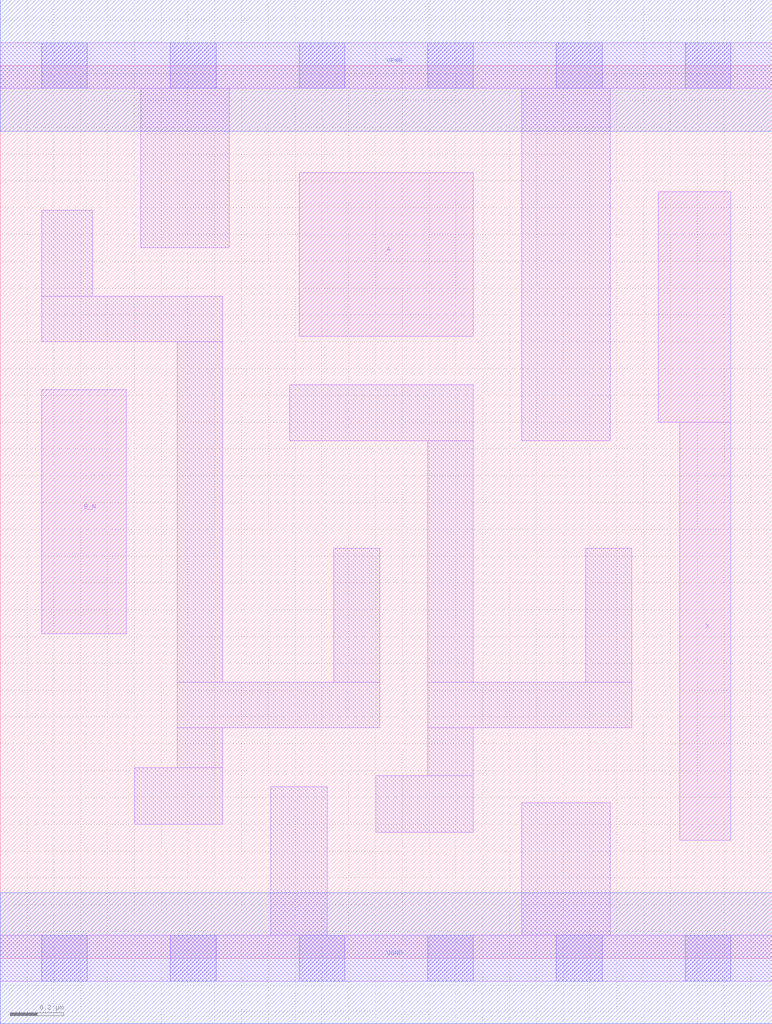
<source format=lef>
# Copyright 2020 The SkyWater PDK Authors
#
# Licensed under the Apache License, Version 2.0 (the "License");
# you may not use this file except in compliance with the License.
# You may obtain a copy of the License at
#
#     https://www.apache.org/licenses/LICENSE-2.0
#
# Unless required by applicable law or agreed to in writing, software
# distributed under the License is distributed on an "AS IS" BASIS,
# WITHOUT WARRANTIES OR CONDITIONS OF ANY KIND, either express or implied.
# See the License for the specific language governing permissions and
# limitations under the License.
#
# SPDX-License-Identifier: Apache-2.0

VERSION 5.7 ;
  NAMESCASESENSITIVE ON ;
  NOWIREEXTENSIONATPIN ON ;
  DIVIDERCHAR "/" ;
  BUSBITCHARS "[]" ;
UNITS
  DATABASE MICRONS 200 ;
END UNITS
MACRO sky130_fd_sc_lp__or2b_m
  CLASS CORE ;
  SOURCE USER ;
  FOREIGN sky130_fd_sc_lp__or2b_m ;
  ORIGIN  0.000000  0.000000 ;
  SIZE  2.880000 BY  3.330000 ;
  SYMMETRY X Y R90 ;
  SITE unit ;
  PIN A
    ANTENNAGATEAREA  0.126000 ;
    DIRECTION INPUT ;
    USE SIGNAL ;
    PORT
      LAYER li1 ;
        RECT 1.115000 2.320000 1.765000 2.930000 ;
    END
  END A
  PIN B_N
    ANTENNAGATEAREA  0.126000 ;
    DIRECTION INPUT ;
    USE SIGNAL ;
    PORT
      LAYER li1 ;
        RECT 0.155000 1.210000 0.470000 2.120000 ;
    END
  END B_N
  PIN X
    ANTENNADIFFAREA  0.231000 ;
    DIRECTION OUTPUT ;
    USE SIGNAL ;
    PORT
      LAYER li1 ;
        RECT 2.455000 2.000000 2.725000 2.860000 ;
        RECT 2.535000 0.440000 2.725000 2.000000 ;
    END
  END X
  PIN VGND
    DIRECTION INOUT ;
    USE GROUND ;
    PORT
      LAYER met1 ;
        RECT 0.000000 -0.245000 2.880000 0.245000 ;
    END
  END VGND
  PIN VPWR
    DIRECTION INOUT ;
    USE POWER ;
    PORT
      LAYER met1 ;
        RECT 0.000000 3.085000 2.880000 3.575000 ;
    END
  END VPWR
  OBS
    LAYER li1 ;
      RECT 0.000000 -0.085000 2.880000 0.085000 ;
      RECT 0.000000  3.245000 2.880000 3.415000 ;
      RECT 0.155000  2.300000 0.830000 2.470000 ;
      RECT 0.155000  2.470000 0.345000 2.790000 ;
      RECT 0.500000  0.500000 0.830000 0.710000 ;
      RECT 0.525000  2.650000 0.855000 3.245000 ;
      RECT 0.660000  0.710000 0.830000 0.860000 ;
      RECT 0.660000  0.860000 1.415000 1.030000 ;
      RECT 0.660000  1.030000 0.830000 2.300000 ;
      RECT 1.010000  0.085000 1.220000 0.640000 ;
      RECT 1.080000  1.930000 1.765000 2.140000 ;
      RECT 1.245000  1.030000 1.415000 1.530000 ;
      RECT 1.400000  0.470000 1.765000 0.680000 ;
      RECT 1.595000  0.680000 1.765000 0.860000 ;
      RECT 1.595000  0.860000 2.355000 1.030000 ;
      RECT 1.595000  1.030000 1.765000 1.930000 ;
      RECT 1.945000  0.085000 2.275000 0.580000 ;
      RECT 1.945000  1.930000 2.275000 3.245000 ;
      RECT 2.185000  1.030000 2.355000 1.530000 ;
    LAYER mcon ;
      RECT 0.155000 -0.085000 0.325000 0.085000 ;
      RECT 0.155000  3.245000 0.325000 3.415000 ;
      RECT 0.635000 -0.085000 0.805000 0.085000 ;
      RECT 0.635000  3.245000 0.805000 3.415000 ;
      RECT 1.115000 -0.085000 1.285000 0.085000 ;
      RECT 1.115000  3.245000 1.285000 3.415000 ;
      RECT 1.595000 -0.085000 1.765000 0.085000 ;
      RECT 1.595000  3.245000 1.765000 3.415000 ;
      RECT 2.075000 -0.085000 2.245000 0.085000 ;
      RECT 2.075000  3.245000 2.245000 3.415000 ;
      RECT 2.555000 -0.085000 2.725000 0.085000 ;
      RECT 2.555000  3.245000 2.725000 3.415000 ;
  END
END sky130_fd_sc_lp__or2b_m
END LIBRARY

</source>
